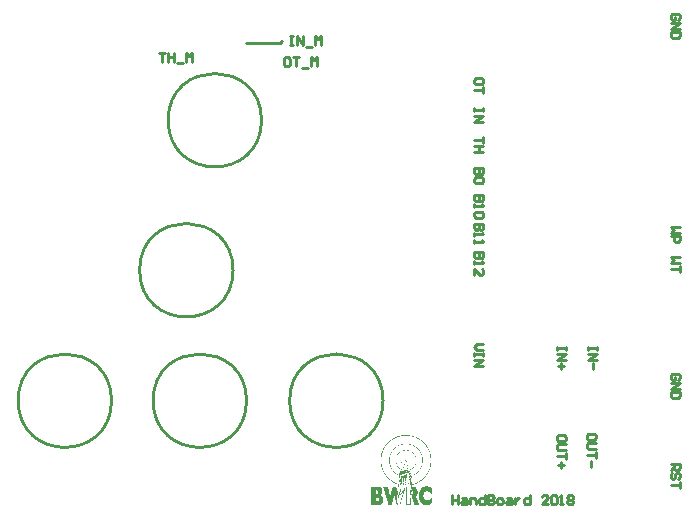
<source format=gto>
G04*
G04 #@! TF.GenerationSoftware,Altium Limited,Altium Designer,18.0.12 (696)*
G04*
G04 Layer_Color=65535*
%FSLAX24Y24*%
%MOIN*%
G70*
G01*
G75*
%ADD10C,0.0100*%
G36*
X39169Y27545D02*
X39162D01*
Y27537D01*
X39155D01*
Y27552D01*
X39169D01*
Y27545D01*
D02*
G37*
G36*
X39420Y28896D02*
X39472D01*
Y28888D01*
X39509D01*
Y28881D01*
X39531D01*
Y28874D01*
X39561D01*
Y28866D01*
X39583D01*
Y28859D01*
X39605D01*
Y28851D01*
X39627D01*
Y28844D01*
X39649D01*
Y28837D01*
X39664D01*
Y28829D01*
X39679D01*
Y28822D01*
X39694D01*
Y28814D01*
X39708D01*
Y28807D01*
X39723D01*
Y28800D01*
X39738D01*
Y28792D01*
X39753D01*
Y28785D01*
X39760D01*
Y28778D01*
X39775D01*
Y28770D01*
X39782D01*
Y28763D01*
X39797D01*
Y28755D01*
X39804D01*
Y28748D01*
X39819D01*
Y28741D01*
X39827D01*
Y28733D01*
X39841D01*
Y28726D01*
X39849D01*
Y28718D01*
X39856D01*
Y28711D01*
X39863D01*
Y28704D01*
X39878D01*
Y28696D01*
X39886D01*
Y28689D01*
X39893D01*
Y28682D01*
X39900D01*
Y28674D01*
X39908D01*
Y28667D01*
X39915D01*
Y28659D01*
X39922D01*
Y28652D01*
X39930D01*
Y28645D01*
X39937D01*
Y28637D01*
X39945D01*
Y28630D01*
X39952D01*
Y28622D01*
X39959D01*
Y28615D01*
X39967D01*
Y28608D01*
X39974D01*
Y28593D01*
X39982D01*
Y28586D01*
X39989D01*
Y28571D01*
X40004D01*
Y28556D01*
X40011D01*
Y28541D01*
X40018D01*
Y28534D01*
X40026D01*
Y28519D01*
X40033D01*
Y28512D01*
X40041D01*
Y28497D01*
X40048D01*
Y28490D01*
X40055D01*
Y28475D01*
X40063D01*
Y28467D01*
X40070D01*
Y28445D01*
X40078D01*
Y28431D01*
X40085D01*
Y28416D01*
X40092D01*
Y28401D01*
X40100D01*
Y28386D01*
X40107D01*
Y28364D01*
X40114D01*
Y28349D01*
X40122D01*
Y28320D01*
X40129D01*
Y28298D01*
X40137D01*
Y28268D01*
X40144D01*
Y28239D01*
X40151D01*
Y28216D01*
X40159D01*
Y28209D01*
X40151D01*
Y28202D01*
X40159D01*
Y28172D01*
X40166D01*
Y27943D01*
X40159D01*
Y27914D01*
X40151D01*
Y27906D01*
X40159D01*
Y27899D01*
X40151D01*
Y27877D01*
X40144D01*
Y27847D01*
X40137D01*
Y27818D01*
X40129D01*
Y27788D01*
X40122D01*
Y27766D01*
X40114D01*
Y27744D01*
X40107D01*
Y27729D01*
X40100D01*
Y27714D01*
X40092D01*
Y27700D01*
X40085D01*
Y27678D01*
X40078D01*
Y27670D01*
X40070D01*
Y27655D01*
X40063D01*
Y27633D01*
X40055D01*
Y27626D01*
X40048D01*
Y27611D01*
X40041D01*
Y27604D01*
X40033D01*
Y27589D01*
X40026D01*
Y27582D01*
X40018D01*
Y27567D01*
X40011D01*
Y27559D01*
X40004D01*
Y27552D01*
X39996D01*
Y27537D01*
X39989D01*
Y27530D01*
X39982D01*
Y27522D01*
X39974D01*
Y27508D01*
X39967D01*
Y27500D01*
X39959D01*
Y27493D01*
X39952D01*
Y27486D01*
X39945D01*
Y27478D01*
X39937D01*
Y27471D01*
X39930D01*
Y27463D01*
X39922D01*
Y27456D01*
X39915D01*
Y27449D01*
X39908D01*
Y27441D01*
X39900D01*
Y27434D01*
X39893D01*
Y27427D01*
X39886D01*
Y27419D01*
X39878D01*
Y27412D01*
X39871D01*
Y27404D01*
X39856D01*
Y27397D01*
X39849D01*
Y27390D01*
X39841D01*
Y27382D01*
X39827D01*
Y27375D01*
X39819D01*
Y27367D01*
X39812D01*
Y27360D01*
X39797D01*
Y27353D01*
X39790D01*
Y27345D01*
X39775D01*
Y27338D01*
X39767D01*
Y27331D01*
X39753D01*
Y27323D01*
X39738D01*
Y27316D01*
X39723D01*
Y27308D01*
X39708D01*
Y27301D01*
X39694D01*
Y27294D01*
X39679D01*
Y27286D01*
X39664D01*
Y27279D01*
X39649D01*
Y27271D01*
X39635D01*
Y27264D01*
X39612D01*
Y27257D01*
X39590D01*
Y27249D01*
X39568D01*
Y27242D01*
X39539D01*
Y27235D01*
X39509D01*
Y27183D01*
X39583D01*
Y27175D01*
X39612D01*
Y27168D01*
X39627D01*
Y27161D01*
X39642D01*
Y27153D01*
X39649D01*
Y27146D01*
X39657D01*
Y27139D01*
X39664D01*
Y27131D01*
X39671D01*
Y27116D01*
X39679D01*
Y27102D01*
X39686D01*
Y27094D01*
X39694D01*
Y27072D01*
X39701D01*
Y27043D01*
X39708D01*
Y26924D01*
X39701D01*
Y26902D01*
X39694D01*
Y26888D01*
X39686D01*
Y26873D01*
X39679D01*
Y26865D01*
X39671D01*
Y26858D01*
X39664D01*
Y26851D01*
X39657D01*
Y26828D01*
X39664D01*
Y26814D01*
X39671D01*
Y26806D01*
X39679D01*
Y26792D01*
X39686D01*
Y26777D01*
X39694D01*
Y26755D01*
X39701D01*
Y26740D01*
X39708D01*
Y26710D01*
X39716D01*
Y26688D01*
X39723D01*
Y26659D01*
X39731D01*
Y26637D01*
X39738D01*
Y26622D01*
X39745D01*
Y26600D01*
X39753D01*
Y26577D01*
X39760D01*
Y26570D01*
X39598D01*
Y26600D01*
X39590D01*
Y26607D01*
X39583D01*
Y26614D01*
X39590D01*
Y26622D01*
X39583D01*
Y26637D01*
X39576D01*
Y26659D01*
X39568D01*
Y26688D01*
X39561D01*
Y26710D01*
X39553D01*
Y26733D01*
X39546D01*
Y26747D01*
X39539D01*
Y26762D01*
X39531D01*
Y26769D01*
X39524D01*
Y26563D01*
X39516D01*
Y26747D01*
X39509D01*
Y26799D01*
X39480D01*
Y26570D01*
X39332D01*
Y27183D01*
X39480D01*
Y27190D01*
X39487D01*
Y27183D01*
X39494D01*
Y27190D01*
X39502D01*
Y27205D01*
X39487D01*
Y27220D01*
X39480D01*
Y27242D01*
X39472D01*
Y27367D01*
X39465D01*
Y27404D01*
X39450D01*
Y27301D01*
X39443D01*
Y27419D01*
X39435D01*
Y27434D01*
X39443D01*
Y27456D01*
X39428D01*
Y27441D01*
X39420D01*
Y27412D01*
X39413D01*
Y27545D01*
X39406D01*
Y27552D01*
X39420D01*
Y27559D01*
X39428D01*
Y27545D01*
X39435D01*
Y27537D01*
X39443D01*
Y27522D01*
X39450D01*
Y27508D01*
X39457D01*
Y27500D01*
X39465D01*
Y27493D01*
X39457D01*
Y27500D01*
X39443D01*
Y27486D01*
X39450D01*
Y27456D01*
X39480D01*
Y27367D01*
X39494D01*
Y27478D01*
X39487D01*
Y27493D01*
X39480D01*
Y27508D01*
X39472D01*
Y27522D01*
X39465D01*
Y27530D01*
X39457D01*
Y27545D01*
X39450D01*
Y27559D01*
X39443D01*
Y27574D01*
X39435D01*
Y27582D01*
X39428D01*
Y27604D01*
X39420D01*
Y27618D01*
X39413D01*
Y27626D01*
X39406D01*
Y27641D01*
X39398D01*
Y27655D01*
X39384D01*
Y27648D01*
X39347D01*
Y27641D01*
X39332D01*
Y27633D01*
X39324D01*
Y27626D01*
X39280D01*
Y27633D01*
X39288D01*
Y27648D01*
X39265D01*
Y27641D01*
X39251D01*
Y27626D01*
X39280D01*
Y27618D01*
X39265D01*
Y27611D01*
X39243D01*
Y27604D01*
X39221D01*
Y27596D01*
X39199D01*
Y27589D01*
X39192D01*
Y27596D01*
X39184D01*
Y27589D01*
X39177D01*
Y27582D01*
X39155D01*
Y27574D01*
X39133D01*
Y27567D01*
X39110D01*
Y27508D01*
X39103D01*
Y27493D01*
X39110D01*
Y27478D01*
X39118D01*
Y27471D01*
X39110D01*
Y27463D01*
X39103D01*
Y27441D01*
X39096D01*
Y27515D01*
X39103D01*
Y27545D01*
X39088D01*
Y27552D01*
X39073D01*
Y27559D01*
X39059D01*
Y27567D01*
X39044D01*
Y27574D01*
X39029D01*
Y27582D01*
X39022D01*
Y27589D01*
X39007D01*
Y27596D01*
X39000D01*
Y27604D01*
X38992D01*
Y27611D01*
X38978D01*
Y27618D01*
X38970D01*
Y27626D01*
X38963D01*
Y27633D01*
X38955D01*
Y27641D01*
X38948D01*
Y27648D01*
X38941D01*
Y27655D01*
X38933D01*
Y27663D01*
X38926D01*
Y27670D01*
X38918D01*
Y27678D01*
X38911D01*
Y27685D01*
X38904D01*
Y27692D01*
X38896D01*
Y27700D01*
X38889D01*
Y27707D01*
X38882D01*
Y27714D01*
X38874D01*
Y27729D01*
X38867D01*
Y27744D01*
X38859D01*
Y27751D01*
X38852D01*
Y27759D01*
X38845D01*
Y27766D01*
X38837D01*
Y27788D01*
X38830D01*
Y27796D01*
X38822D01*
Y27818D01*
X38815D01*
Y27833D01*
X38808D01*
Y27855D01*
X38800D01*
Y27862D01*
X38793D01*
Y27884D01*
X38786D01*
Y27914D01*
X38778D01*
Y27943D01*
X38771D01*
Y27995D01*
X38763D01*
Y28120D01*
X38771D01*
Y28165D01*
X38778D01*
Y28202D01*
X38786D01*
Y28224D01*
X38793D01*
Y28239D01*
X38800D01*
Y28246D01*
X38793D01*
Y28253D01*
X38800D01*
Y28268D01*
X38808D01*
Y28283D01*
X38815D01*
Y28298D01*
X38822D01*
Y28312D01*
X38830D01*
Y28335D01*
X38837D01*
Y28342D01*
X38845D01*
Y28357D01*
X38852D01*
Y28364D01*
X38859D01*
Y28379D01*
X38867D01*
Y28386D01*
X38874D01*
Y28394D01*
X38882D01*
Y28408D01*
X38889D01*
Y28416D01*
X38896D01*
Y28423D01*
X38904D01*
Y28438D01*
X38911D01*
Y28445D01*
X38918D01*
Y28453D01*
X38926D01*
Y28460D01*
X38933D01*
Y28467D01*
X38941D01*
Y28475D01*
X38948D01*
Y28482D01*
X38963D01*
Y28490D01*
X38970D01*
Y28497D01*
X38978D01*
Y28504D01*
X38992D01*
Y28512D01*
X39000D01*
Y28519D01*
X39014D01*
Y28527D01*
X39022D01*
Y28534D01*
X39037D01*
Y28541D01*
X39044D01*
Y28549D01*
X39059D01*
Y28556D01*
X39073D01*
Y28563D01*
X39088D01*
Y28571D01*
X39110D01*
Y28578D01*
X39125D01*
Y28586D01*
X39147D01*
Y28593D01*
X39169D01*
Y28600D01*
X39206D01*
Y28608D01*
X39236D01*
Y28615D01*
X39413D01*
Y28608D01*
X39443D01*
Y28600D01*
X39472D01*
Y28593D01*
X39494D01*
Y28586D01*
X39524D01*
Y28578D01*
X39539D01*
Y28571D01*
X39553D01*
Y28563D01*
X39568D01*
Y28556D01*
X39583D01*
Y28549D01*
X39598D01*
Y28541D01*
X39612D01*
Y28534D01*
X39627D01*
Y28527D01*
X39635D01*
Y28519D01*
X39649D01*
Y28512D01*
X39657D01*
Y28504D01*
X39664D01*
Y28497D01*
X39671D01*
Y28490D01*
X39686D01*
Y28482D01*
X39694D01*
Y28475D01*
X39701D01*
Y28467D01*
X39708D01*
Y28460D01*
X39716D01*
Y28453D01*
X39723D01*
Y28445D01*
X39731D01*
Y28438D01*
X39738D01*
Y28431D01*
X39745D01*
Y28423D01*
X39753D01*
Y28408D01*
X39760D01*
Y28401D01*
X39767D01*
Y28394D01*
X39775D01*
Y28386D01*
X39782D01*
Y28371D01*
X39790D01*
Y28357D01*
X39797D01*
Y28349D01*
X39804D01*
Y28335D01*
X39812D01*
Y28320D01*
X39819D01*
Y28312D01*
X39827D01*
Y28298D01*
X39834D01*
Y28276D01*
X39841D01*
Y28253D01*
X39849D01*
Y28231D01*
X39856D01*
Y28209D01*
X39863D01*
Y28172D01*
X39871D01*
Y28157D01*
X39878D01*
Y28150D01*
X39871D01*
Y28135D01*
X39878D01*
Y28098D01*
X39886D01*
Y28017D01*
X39878D01*
Y27980D01*
X39871D01*
Y27965D01*
X39878D01*
Y27958D01*
X39871D01*
Y27936D01*
X39863D01*
Y27906D01*
X39856D01*
Y27877D01*
X39849D01*
Y27855D01*
X39841D01*
Y27840D01*
X39834D01*
Y27825D01*
X39827D01*
Y27810D01*
X39819D01*
Y27796D01*
X39812D01*
Y27781D01*
X39804D01*
Y27766D01*
X39797D01*
Y27751D01*
X39790D01*
Y27737D01*
X39782D01*
Y27729D01*
X39775D01*
Y27722D01*
X39767D01*
Y27714D01*
X39760D01*
Y27700D01*
X39745D01*
Y27685D01*
X39738D01*
Y27678D01*
X39731D01*
Y27670D01*
X39723D01*
Y27663D01*
X39716D01*
Y27655D01*
X39708D01*
Y27648D01*
X39701D01*
Y27641D01*
X39694D01*
Y27633D01*
X39686D01*
Y27626D01*
X39679D01*
Y27618D01*
X39671D01*
Y27611D01*
X39657D01*
Y27604D01*
X39649D01*
Y27596D01*
X39635D01*
Y27589D01*
X39627D01*
Y27582D01*
X39612D01*
Y27574D01*
X39598D01*
Y27567D01*
X39583D01*
Y27559D01*
X39568D01*
Y27552D01*
X39553D01*
Y27545D01*
X39539D01*
Y27537D01*
X39524D01*
Y27530D01*
X39516D01*
Y27515D01*
X39524D01*
Y27493D01*
X39531D01*
Y27486D01*
X39516D01*
Y27478D01*
X39509D01*
Y27471D01*
X39502D01*
Y27323D01*
X39509D01*
Y27264D01*
X39502D01*
Y27257D01*
X39539D01*
Y27264D01*
X39561D01*
Y27271D01*
X39583D01*
Y27279D01*
X39605D01*
Y27286D01*
X39627D01*
Y27294D01*
X39642D01*
Y27301D01*
X39657D01*
Y27308D01*
X39671D01*
Y27316D01*
X39686D01*
Y27323D01*
X39701D01*
Y27331D01*
X39716D01*
Y27338D01*
X39731D01*
Y27345D01*
X39745D01*
Y27353D01*
X39753D01*
Y27360D01*
X39767D01*
Y27367D01*
X39782D01*
Y27375D01*
X39790D01*
Y27382D01*
X39804D01*
Y27390D01*
X39812D01*
Y27397D01*
X39819D01*
Y27404D01*
X39834D01*
Y27412D01*
X39841D01*
Y27419D01*
X39849D01*
Y27427D01*
X39856D01*
Y27434D01*
X39863D01*
Y27441D01*
X39871D01*
Y27449D01*
X39886D01*
Y27456D01*
X39893D01*
Y27463D01*
X39900D01*
Y27471D01*
X39908D01*
Y27478D01*
X39915D01*
Y27486D01*
X39922D01*
Y27493D01*
X39930D01*
Y27508D01*
X39937D01*
Y27515D01*
X39945D01*
Y27522D01*
X39952D01*
Y27530D01*
X39959D01*
Y27537D01*
X39967D01*
Y27545D01*
X39974D01*
Y27559D01*
X39982D01*
Y27567D01*
X39989D01*
Y27574D01*
X39996D01*
Y27589D01*
X40004D01*
Y27596D01*
X40011D01*
Y27611D01*
X40018D01*
Y27626D01*
X40026D01*
Y27633D01*
X40033D01*
Y27641D01*
X40041D01*
Y27663D01*
X40048D01*
Y27678D01*
X40055D01*
Y27692D01*
X40063D01*
Y27700D01*
X40070D01*
Y27714D01*
X40078D01*
Y27729D01*
X40085D01*
Y27759D01*
X40092D01*
Y27773D01*
X40100D01*
Y27788D01*
X40107D01*
Y27810D01*
X40114D01*
Y27840D01*
X40122D01*
Y27869D01*
X40129D01*
Y27914D01*
X40137D01*
Y27973D01*
X40144D01*
Y28143D01*
X40137D01*
Y28202D01*
X40129D01*
Y28239D01*
X40122D01*
Y28268D01*
X40114D01*
Y28305D01*
X40107D01*
Y28327D01*
X40100D01*
Y28342D01*
X40092D01*
Y28357D01*
X40085D01*
Y28379D01*
X40078D01*
Y28401D01*
X40070D01*
Y28416D01*
X40063D01*
Y28423D01*
X40055D01*
Y28438D01*
X40048D01*
Y28453D01*
X40041D01*
Y28467D01*
X40033D01*
Y28482D01*
X40026D01*
Y28497D01*
X40018D01*
Y28504D01*
X40011D01*
Y28519D01*
X40004D01*
Y28527D01*
X39996D01*
Y28534D01*
X39989D01*
Y28549D01*
X39982D01*
Y28563D01*
X39967D01*
Y28571D01*
X39959D01*
Y28586D01*
X39952D01*
Y28593D01*
X39945D01*
Y28600D01*
X39937D01*
Y28608D01*
X39930D01*
Y28615D01*
X39922D01*
Y28622D01*
X39915D01*
Y28630D01*
X39908D01*
Y28637D01*
X39900D01*
Y28645D01*
X39893D01*
Y28652D01*
X39886D01*
Y28659D01*
X39878D01*
Y28667D01*
X39871D01*
Y28674D01*
X39863D01*
Y28682D01*
X39856D01*
Y28689D01*
X39849D01*
Y28696D01*
X39841D01*
Y28704D01*
X39827D01*
Y28711D01*
X39819D01*
Y28718D01*
X39812D01*
Y28726D01*
X39797D01*
Y28733D01*
X39790D01*
Y28741D01*
X39782D01*
Y28748D01*
X39767D01*
Y28755D01*
X39760D01*
Y28763D01*
X39745D01*
Y28770D01*
X39731D01*
Y28778D01*
X39716D01*
Y28785D01*
X39701D01*
Y28792D01*
X39686D01*
Y28800D01*
X39671D01*
Y28807D01*
X39657D01*
Y28814D01*
X39642D01*
Y28822D01*
X39627D01*
Y28829D01*
X39605D01*
Y28837D01*
X39583D01*
Y28844D01*
X39553D01*
Y28851D01*
X39531D01*
Y28859D01*
X39494D01*
Y28866D01*
X39472D01*
Y28874D01*
X39420D01*
Y28881D01*
X39229D01*
Y28874D01*
X39177D01*
Y28866D01*
X39147D01*
Y28859D01*
X39110D01*
Y28851D01*
X39088D01*
Y28844D01*
X39066D01*
Y28837D01*
X39044D01*
Y28829D01*
X39022D01*
Y28822D01*
X39007D01*
Y28814D01*
X38992D01*
Y28807D01*
X38970D01*
Y28800D01*
X38955D01*
Y28792D01*
X38941D01*
Y28785D01*
X38926D01*
Y28778D01*
X38918D01*
Y28770D01*
X38904D01*
Y28763D01*
X38889D01*
Y28755D01*
X38882D01*
Y28748D01*
X38867D01*
Y28741D01*
X38859D01*
Y28733D01*
X38845D01*
Y28726D01*
X38837D01*
Y28718D01*
X38822D01*
Y28711D01*
X38815D01*
Y28704D01*
X38808D01*
Y28696D01*
X38800D01*
Y28689D01*
X38786D01*
Y28682D01*
X38778D01*
Y28674D01*
X38771D01*
Y28667D01*
X38763D01*
Y28659D01*
X38756D01*
Y28652D01*
X38749D01*
Y28645D01*
X38741D01*
Y28637D01*
X38734D01*
Y28630D01*
X38726D01*
Y28622D01*
X38719D01*
Y28615D01*
X38712D01*
Y28608D01*
X38704D01*
Y28600D01*
X38697D01*
Y28593D01*
X38690D01*
Y28578D01*
X38682D01*
Y28571D01*
X38675D01*
Y28556D01*
X38660D01*
Y28541D01*
X38653D01*
Y28534D01*
X38645D01*
Y28527D01*
X38638D01*
Y28512D01*
X38631D01*
Y28497D01*
X38623D01*
Y28482D01*
X38616D01*
Y28475D01*
X38608D01*
Y28460D01*
X38601D01*
Y28453D01*
X38594D01*
Y28438D01*
X38586D01*
Y28423D01*
X38579D01*
Y28401D01*
X38571D01*
Y28386D01*
X38564D01*
Y28379D01*
X38557D01*
Y28357D01*
X38549D01*
Y28335D01*
X38542D01*
Y28305D01*
X38535D01*
Y28283D01*
X38527D01*
Y28261D01*
X38520D01*
Y28231D01*
X38512D01*
Y28187D01*
X38505D01*
Y28113D01*
X38498D01*
Y28002D01*
X38505D01*
Y27929D01*
X38512D01*
Y27884D01*
X38520D01*
Y27847D01*
X38527D01*
Y27833D01*
X38535D01*
Y27803D01*
X38542D01*
Y27781D01*
X38549D01*
Y27759D01*
X38557D01*
Y27744D01*
X38564D01*
Y27729D01*
X38571D01*
Y27714D01*
X38579D01*
Y27700D01*
X38586D01*
Y27678D01*
X38594D01*
Y27663D01*
X38601D01*
Y27648D01*
X38608D01*
Y27641D01*
X38616D01*
Y27626D01*
X38623D01*
Y27618D01*
X38631D01*
Y27604D01*
X38638D01*
Y27596D01*
X38645D01*
Y27582D01*
X38653D01*
Y27574D01*
X38660D01*
Y27567D01*
X38667D01*
Y27552D01*
X38675D01*
Y27545D01*
X38682D01*
Y27530D01*
X38697D01*
Y27515D01*
X38704D01*
Y27508D01*
X38712D01*
Y27500D01*
X38719D01*
Y27493D01*
X38726D01*
Y27486D01*
X38734D01*
Y27478D01*
X38741D01*
Y27471D01*
X38749D01*
Y27463D01*
X38756D01*
Y27456D01*
X38763D01*
Y27449D01*
X38771D01*
Y27441D01*
X38778D01*
Y27434D01*
X38793D01*
Y27427D01*
X38800D01*
Y27419D01*
X38808D01*
Y27412D01*
X38815D01*
Y27404D01*
X38822D01*
Y27397D01*
X38837D01*
Y27390D01*
X38845D01*
Y27382D01*
X38859D01*
Y27375D01*
X38867D01*
Y27367D01*
X38874D01*
Y27360D01*
X38889D01*
Y27353D01*
X38896D01*
Y27345D01*
X38911D01*
Y27338D01*
X38926D01*
Y27331D01*
X38941D01*
Y27323D01*
X38955D01*
Y27316D01*
X38970D01*
Y27308D01*
X38985D01*
Y27301D01*
X39000D01*
Y27294D01*
X39022D01*
Y27286D01*
X39044D01*
Y27279D01*
X39059D01*
Y27271D01*
X39073D01*
Y27301D01*
X39081D01*
Y27375D01*
X39088D01*
Y27441D01*
X39096D01*
Y27390D01*
X39110D01*
Y27382D01*
X39103D01*
Y27367D01*
X39125D01*
Y27375D01*
X39133D01*
Y27434D01*
X39147D01*
Y27449D01*
X39140D01*
Y27478D01*
X39147D01*
Y27493D01*
X39155D01*
Y27500D01*
X39162D01*
Y27522D01*
X39169D01*
Y27530D01*
X39177D01*
Y27545D01*
X39199D01*
Y27530D01*
X39206D01*
Y27508D01*
X39221D01*
Y27530D01*
X39229D01*
Y27545D01*
X39236D01*
Y27552D01*
X39243D01*
Y27559D01*
X39251D01*
Y27567D01*
X39273D01*
Y27559D01*
X39280D01*
Y27552D01*
X39273D01*
Y27530D01*
X39288D01*
Y27545D01*
X39295D01*
Y27567D01*
X39302D01*
Y27574D01*
X39310D01*
Y27582D01*
X39332D01*
Y27589D01*
X39339D01*
Y27537D01*
X39354D01*
Y27530D01*
X39339D01*
Y27493D01*
X39347D01*
Y27486D01*
X39339D01*
Y27471D01*
X39332D01*
Y27441D01*
X39339D01*
Y27434D01*
X39332D01*
Y27367D01*
X39339D01*
Y27360D01*
X39332D01*
Y27367D01*
X39317D01*
Y27360D01*
X39302D01*
Y27353D01*
X39288D01*
Y27338D01*
X39302D01*
Y27345D01*
X39332D01*
Y27316D01*
X39339D01*
Y27308D01*
X39324D01*
Y27301D01*
X39295D01*
Y27294D01*
X39273D01*
Y27301D01*
X39280D01*
Y27367D01*
X39288D01*
Y27508D01*
X39273D01*
Y27471D01*
X39265D01*
Y27412D01*
X39273D01*
Y27404D01*
X39265D01*
Y27360D01*
X39258D01*
Y27338D01*
X39265D01*
Y27331D01*
X39258D01*
Y27338D01*
X39229D01*
Y27331D01*
X39214D01*
Y27338D01*
X39221D01*
Y27360D01*
X39214D01*
Y27367D01*
X39221D01*
Y27493D01*
X39206D01*
Y27471D01*
X39199D01*
Y27360D01*
X39192D01*
Y27331D01*
X39184D01*
Y27316D01*
X39169D01*
Y27308D01*
X39155D01*
Y27294D01*
X39177D01*
Y27301D01*
X39184D01*
Y27279D01*
X39206D01*
Y27286D01*
X39214D01*
Y27316D01*
X39243D01*
Y27323D01*
X39258D01*
Y27286D01*
X39236D01*
Y27279D01*
X39214D01*
Y27271D01*
X39199D01*
Y27264D01*
X39177D01*
Y27286D01*
X39162D01*
Y27257D01*
X39147D01*
Y27249D01*
X39140D01*
Y27242D01*
X39125D01*
Y27249D01*
X39118D01*
Y27257D01*
X39125D01*
Y27264D01*
X39133D01*
Y27308D01*
X39125D01*
Y27316D01*
X39133D01*
Y27308D01*
X39140D01*
Y27316D01*
X39147D01*
Y27353D01*
X39133D01*
Y27338D01*
X39125D01*
Y27331D01*
X39118D01*
Y27338D01*
X39110D01*
Y27331D01*
X39096D01*
Y27301D01*
X39088D01*
Y27294D01*
X39081D01*
Y27264D01*
X39073D01*
Y27183D01*
X39066D01*
Y27109D01*
X39059D01*
Y27050D01*
X39051D01*
Y26961D01*
X39059D01*
Y26932D01*
X39066D01*
Y26902D01*
X39081D01*
Y26910D01*
X39088D01*
Y26939D01*
X39096D01*
Y26976D01*
X39103D01*
Y26991D01*
X39096D01*
Y26998D01*
X39110D01*
Y27028D01*
X39118D01*
Y27057D01*
X39125D01*
Y27072D01*
X39133D01*
Y27102D01*
X39140D01*
Y27131D01*
X39147D01*
Y27161D01*
X39155D01*
Y27183D01*
X39162D01*
Y27190D01*
X39169D01*
Y27183D01*
X39310D01*
Y27175D01*
X39302D01*
Y27146D01*
X39295D01*
Y27116D01*
X39288D01*
Y27102D01*
X39280D01*
Y27094D01*
X39295D01*
Y27087D01*
X39280D01*
Y27065D01*
X39273D01*
Y27043D01*
X39265D01*
Y27028D01*
X39258D01*
Y27006D01*
X39251D01*
Y26976D01*
X39243D01*
Y26947D01*
X39236D01*
Y26924D01*
X39229D01*
Y26895D01*
X39221D01*
Y26880D01*
X39214D01*
Y26851D01*
X39206D01*
Y26828D01*
X39199D01*
Y26799D01*
X39192D01*
Y26777D01*
X39184D01*
Y26747D01*
X39177D01*
Y26733D01*
X39169D01*
Y26703D01*
X39162D01*
Y26681D01*
X39155D01*
Y26651D01*
X39147D01*
Y26622D01*
X39140D01*
Y26600D01*
X39133D01*
Y26585D01*
X39125D01*
Y26563D01*
X39029D01*
Y26585D01*
X39022D01*
Y26607D01*
X39007D01*
Y26592D01*
X39000D01*
Y26688D01*
X38992D01*
Y26718D01*
X38985D01*
Y26733D01*
X38978D01*
Y26755D01*
X38970D01*
Y26784D01*
X38963D01*
Y26806D01*
X38955D01*
Y26836D01*
X38948D01*
Y26858D01*
X38941D01*
Y26865D01*
X38926D01*
Y26843D01*
X38918D01*
Y26821D01*
X38911D01*
Y26792D01*
X38904D01*
Y26769D01*
X38896D01*
Y26755D01*
X38889D01*
Y26733D01*
X38882D01*
Y26703D01*
X38874D01*
Y26673D01*
X38867D01*
Y26651D01*
X38859D01*
Y26629D01*
X38852D01*
Y26614D01*
X38845D01*
Y26585D01*
X38837D01*
Y26563D01*
X38741D01*
Y26577D01*
X38734D01*
Y26607D01*
X38726D01*
Y26637D01*
X38719D01*
Y26666D01*
X38712D01*
Y26696D01*
X38704D01*
Y26703D01*
X38697D01*
Y26733D01*
X38690D01*
Y26762D01*
X38682D01*
Y26792D01*
X38675D01*
Y26814D01*
X38667D01*
Y26843D01*
X38660D01*
Y26858D01*
X38653D01*
Y26880D01*
X38645D01*
Y26910D01*
X38638D01*
Y26939D01*
X38631D01*
Y26969D01*
X38623D01*
Y26991D01*
X38616D01*
Y27006D01*
X38608D01*
Y27013D01*
X38616D01*
Y27020D01*
X38608D01*
Y27035D01*
X38601D01*
Y27057D01*
X38594D01*
Y27094D01*
X38586D01*
Y27116D01*
X38579D01*
Y27146D01*
X38571D01*
Y27168D01*
X38564D01*
Y27183D01*
X38719D01*
Y27161D01*
X38726D01*
Y27124D01*
X38734D01*
Y27094D01*
X38741D01*
Y27065D01*
X38749D01*
Y27035D01*
X38756D01*
Y27020D01*
X38763D01*
Y27013D01*
X38756D01*
Y27006D01*
X38763D01*
Y26991D01*
X38771D01*
Y26954D01*
X38778D01*
Y26932D01*
X38786D01*
Y26902D01*
X38800D01*
Y26917D01*
X38808D01*
Y26947D01*
X38815D01*
Y26969D01*
X38822D01*
Y26998D01*
X38830D01*
Y27028D01*
X38837D01*
Y27050D01*
X38845D01*
Y27065D01*
X38852D01*
Y27087D01*
X38859D01*
Y27116D01*
X38867D01*
Y27146D01*
X38874D01*
Y27168D01*
X38882D01*
Y27183D01*
X38992D01*
Y27161D01*
X39000D01*
Y27131D01*
X39007D01*
Y27109D01*
X39014D01*
Y27080D01*
X39022D01*
Y27057D01*
X39029D01*
Y27028D01*
X39044D01*
Y27057D01*
X39051D01*
Y27124D01*
X39059D01*
Y27198D01*
X39066D01*
Y27249D01*
X39051D01*
Y27257D01*
X39029D01*
Y27264D01*
X39014D01*
Y27271D01*
X38992D01*
Y27279D01*
X38978D01*
Y27286D01*
X38963D01*
Y27294D01*
X38948D01*
Y27301D01*
X38933D01*
Y27308D01*
X38918D01*
Y27316D01*
X38904D01*
Y27323D01*
X38889D01*
Y27331D01*
X38882D01*
Y27338D01*
X38867D01*
Y27345D01*
X38852D01*
Y27353D01*
X38845D01*
Y27360D01*
X38837D01*
Y27367D01*
X38822D01*
Y27375D01*
X38815D01*
Y27382D01*
X38808D01*
Y27390D01*
X38793D01*
Y27397D01*
X38786D01*
Y27404D01*
X38778D01*
Y27412D01*
X38771D01*
Y27419D01*
X38763D01*
Y27427D01*
X38756D01*
Y27434D01*
X38749D01*
Y27441D01*
X38734D01*
Y27449D01*
X38726D01*
Y27456D01*
X38719D01*
Y27463D01*
X38712D01*
Y27478D01*
X38704D01*
Y27486D01*
X38697D01*
Y27493D01*
X38690D01*
Y27500D01*
X38682D01*
Y27508D01*
X38675D01*
Y27515D01*
X38667D01*
Y27522D01*
X38660D01*
Y27537D01*
X38653D01*
Y27545D01*
X38645D01*
Y27559D01*
X38638D01*
Y27567D01*
X38631D01*
Y27574D01*
X38623D01*
Y27589D01*
X38616D01*
Y27596D01*
X38608D01*
Y27611D01*
X38601D01*
Y27618D01*
X38594D01*
Y27633D01*
X38586D01*
Y27648D01*
X38579D01*
Y27663D01*
X38571D01*
Y27678D01*
X38564D01*
Y27692D01*
X38557D01*
Y27707D01*
X38549D01*
Y27722D01*
X38542D01*
Y27744D01*
X38535D01*
Y27759D01*
X38527D01*
Y27788D01*
X38520D01*
Y27796D01*
X38512D01*
Y27825D01*
X38505D01*
Y27855D01*
X38498D01*
Y27884D01*
X38490D01*
Y27936D01*
X38483D01*
Y28010D01*
X38475D01*
Y28106D01*
X38483D01*
Y28180D01*
X38490D01*
Y28224D01*
X38498D01*
Y28261D01*
X38505D01*
Y28290D01*
X38512D01*
Y28320D01*
X38520D01*
Y28335D01*
X38527D01*
Y28349D01*
X38535D01*
Y28371D01*
X38542D01*
Y28394D01*
X38549D01*
Y28408D01*
X38557D01*
Y28431D01*
X38564D01*
Y28445D01*
X38571D01*
Y28460D01*
X38579D01*
Y28467D01*
X38586D01*
Y28482D01*
X38594D01*
Y28490D01*
X38601D01*
Y28512D01*
X38608D01*
Y28519D01*
X38616D01*
Y28527D01*
X38623D01*
Y28534D01*
X38631D01*
Y28549D01*
X38638D01*
Y28563D01*
X38645D01*
Y28571D01*
X38653D01*
Y28578D01*
X38660D01*
Y28593D01*
X38667D01*
Y28600D01*
X38675D01*
Y28608D01*
X38682D01*
Y28615D01*
X38690D01*
Y28622D01*
X38697D01*
Y28630D01*
X38704D01*
Y28637D01*
X38712D01*
Y28645D01*
X38719D01*
Y28652D01*
X38726D01*
Y28659D01*
X38734D01*
Y28667D01*
X38741D01*
Y28674D01*
X38749D01*
Y28682D01*
X38756D01*
Y28689D01*
X38763D01*
Y28696D01*
X38771D01*
Y28704D01*
X38778D01*
Y28711D01*
X38793D01*
Y28718D01*
X38800D01*
Y28726D01*
X38808D01*
Y28733D01*
X38815D01*
Y28741D01*
X38830D01*
Y28748D01*
X38837D01*
Y28755D01*
X38845D01*
Y28763D01*
X38859D01*
Y28770D01*
X38867D01*
Y28778D01*
X38882D01*
Y28785D01*
X38896D01*
Y28792D01*
X38911D01*
Y28800D01*
X38918D01*
Y28807D01*
X38933D01*
Y28814D01*
X38948D01*
Y28822D01*
X38963D01*
Y28829D01*
X38978D01*
Y28837D01*
X39000D01*
Y28844D01*
X39014D01*
Y28851D01*
X39037D01*
Y28859D01*
X39059D01*
Y28866D01*
X39081D01*
Y28874D01*
X39110D01*
Y28881D01*
X39133D01*
Y28888D01*
X39169D01*
Y28896D01*
X39229D01*
Y28903D01*
X39420D01*
Y28896D01*
D02*
G37*
G36*
X39398Y27294D02*
X39406D01*
Y27279D01*
X39413D01*
Y27271D01*
X39420D01*
Y27264D01*
X39413D01*
Y27257D01*
X39406D01*
Y27264D01*
X39391D01*
Y27249D01*
X39398D01*
Y27242D01*
X39391D01*
Y27249D01*
X39384D01*
Y27279D01*
X39376D01*
Y27301D01*
X39398D01*
Y27294D01*
D02*
G37*
G36*
X39302Y27271D02*
X39310D01*
Y27249D01*
X39295D01*
Y27257D01*
X39302D01*
Y27271D01*
X39295D01*
Y27279D01*
X39302D01*
Y27271D01*
D02*
G37*
G36*
X39243Y27249D02*
X39236D01*
Y27227D01*
X39214D01*
Y27249D01*
X39221D01*
Y27257D01*
X39243D01*
Y27249D01*
D02*
G37*
G36*
X39465Y27220D02*
X39457D01*
Y27242D01*
X39465D01*
Y27220D01*
D02*
G37*
G36*
X39162Y27212D02*
X39177D01*
Y27205D01*
X39155D01*
Y27227D01*
X39162D01*
Y27212D01*
D02*
G37*
G36*
X39317Y27028D02*
X39302D01*
Y27043D01*
X39310D01*
Y27050D01*
X39317D01*
Y27028D01*
D02*
G37*
G36*
X40041Y27183D02*
X40078D01*
Y27175D01*
X40100D01*
Y27168D01*
X40122D01*
Y27161D01*
X40144D01*
Y27153D01*
X40159D01*
Y27146D01*
X40166D01*
Y27139D01*
X40174D01*
Y26954D01*
X40166D01*
Y26961D01*
X40159D01*
Y26969D01*
X40144D01*
Y26976D01*
X40137D01*
Y26984D01*
X40129D01*
Y26991D01*
X40122D01*
Y26998D01*
X40107D01*
Y27006D01*
X40100D01*
Y27013D01*
X40085D01*
Y27020D01*
X40070D01*
Y27028D01*
X39996D01*
Y27020D01*
X39974D01*
Y27013D01*
X39959D01*
Y27006D01*
X39952D01*
Y26998D01*
X39945D01*
Y26991D01*
X39937D01*
Y26984D01*
X39930D01*
Y26969D01*
X39922D01*
Y26954D01*
X39915D01*
Y26939D01*
X39908D01*
Y26910D01*
X39900D01*
Y26843D01*
X39908D01*
Y26806D01*
X39915D01*
Y26799D01*
X39922D01*
Y26784D01*
X39930D01*
Y26769D01*
X39937D01*
Y26762D01*
X39945D01*
Y26755D01*
X39952D01*
Y26747D01*
X39959D01*
Y26740D01*
X39974D01*
Y26733D01*
X39982D01*
Y26725D01*
X40063D01*
Y26733D01*
X40078D01*
Y26740D01*
X40092D01*
Y26747D01*
X40107D01*
Y26755D01*
X40122D01*
Y26762D01*
X40129D01*
Y26769D01*
X40137D01*
Y26777D01*
X40144D01*
Y26784D01*
X40151D01*
Y26792D01*
X40166D01*
Y26799D01*
X40174D01*
Y26622D01*
X40166D01*
Y26614D01*
X40159D01*
Y26607D01*
X40144D01*
Y26600D01*
X40137D01*
Y26592D01*
X40122D01*
Y26585D01*
X40107D01*
Y26577D01*
X40085D01*
Y26570D01*
X40055D01*
Y26563D01*
X39952D01*
Y26570D01*
X39922D01*
Y26577D01*
X39900D01*
Y26585D01*
X39886D01*
Y26592D01*
X39878D01*
Y26600D01*
X39863D01*
Y26607D01*
X39849D01*
Y26622D01*
X39841D01*
Y26629D01*
X39834D01*
Y26637D01*
X39827D01*
Y26644D01*
X39819D01*
Y26651D01*
X39812D01*
Y26666D01*
X39804D01*
Y26673D01*
X39797D01*
Y26688D01*
X39790D01*
Y26710D01*
X39782D01*
Y26718D01*
X39775D01*
Y26740D01*
X39767D01*
Y26762D01*
X39760D01*
Y26806D01*
X39753D01*
Y26947D01*
X39760D01*
Y26991D01*
X39767D01*
Y27020D01*
X39775D01*
Y27035D01*
X39782D01*
Y27050D01*
X39790D01*
Y27065D01*
X39797D01*
Y27080D01*
X39804D01*
Y27087D01*
X39812D01*
Y27102D01*
X39819D01*
Y27109D01*
X39827D01*
Y27124D01*
X39834D01*
Y27131D01*
X39849D01*
Y27139D01*
X39856D01*
Y27146D01*
X39863D01*
Y27153D01*
X39871D01*
Y27161D01*
X39886D01*
Y27168D01*
X39900D01*
Y27175D01*
X39922D01*
Y27183D01*
X39959D01*
Y27190D01*
X40041D01*
Y27183D01*
D02*
G37*
G36*
X39258Y26910D02*
X39265D01*
Y26902D01*
X39258D01*
Y26910D01*
X39251D01*
Y26917D01*
X39258D01*
Y26910D01*
D02*
G37*
G36*
X38416Y27175D02*
X38446D01*
Y27168D01*
X38468D01*
Y27161D01*
X38475D01*
Y27153D01*
X38490D01*
Y27146D01*
X38498D01*
Y27139D01*
X38505D01*
Y27131D01*
X38512D01*
Y27116D01*
X38520D01*
Y27102D01*
X38527D01*
Y27080D01*
X38535D01*
Y26984D01*
X38527D01*
Y26969D01*
X38520D01*
Y26947D01*
X38512D01*
Y26932D01*
X38505D01*
Y26917D01*
X38498D01*
Y26910D01*
X38490D01*
Y26895D01*
X38505D01*
Y26888D01*
X38512D01*
Y26880D01*
X38520D01*
Y26873D01*
X38527D01*
Y26865D01*
X38535D01*
Y26851D01*
X38542D01*
Y26843D01*
X38549D01*
Y26821D01*
X38557D01*
Y26792D01*
X38564D01*
Y26703D01*
X38557D01*
Y26673D01*
X38549D01*
Y26651D01*
X38542D01*
Y26637D01*
X38535D01*
Y26622D01*
X38527D01*
Y26614D01*
X38520D01*
Y26607D01*
X38512D01*
Y26600D01*
X38505D01*
Y26592D01*
X38490D01*
Y26585D01*
X38475D01*
Y26577D01*
X38453D01*
Y26570D01*
X38165D01*
Y27183D01*
X38416D01*
Y27175D01*
D02*
G37*
G36*
X39000Y26563D02*
X38992D01*
Y26592D01*
X39000D01*
Y26563D01*
D02*
G37*
%LPC*%
G36*
X39413Y28600D02*
X39236D01*
Y28593D01*
X39206D01*
Y28586D01*
X39177D01*
Y28578D01*
X39155D01*
Y28571D01*
X39125D01*
Y28563D01*
X39110D01*
Y28556D01*
X39096D01*
Y28549D01*
X39081D01*
Y28541D01*
X39066D01*
Y28534D01*
X39051D01*
Y28527D01*
X39037D01*
Y28519D01*
X39029D01*
Y28512D01*
X39014D01*
Y28504D01*
X39007D01*
Y28497D01*
X38992D01*
Y28490D01*
X38985D01*
Y28482D01*
X38978D01*
Y28475D01*
X38970D01*
Y28467D01*
X38963D01*
Y28460D01*
X38955D01*
Y28453D01*
X38948D01*
Y28445D01*
X38941D01*
Y28438D01*
X38933D01*
Y28431D01*
X38926D01*
Y28423D01*
X38918D01*
Y28416D01*
X38911D01*
Y28408D01*
X38904D01*
Y28401D01*
X38896D01*
Y28394D01*
X38889D01*
Y28386D01*
Y28379D01*
X38874D01*
Y28371D01*
Y28364D01*
X38867D01*
Y28357D01*
Y28349D01*
X38859D01*
Y28342D01*
X38852D01*
Y28335D01*
Y28327D01*
X38845D01*
Y28320D01*
Y28312D01*
X38837D01*
Y28305D01*
Y28298D01*
X38830D01*
Y28290D01*
Y28283D01*
X38822D01*
Y28276D01*
Y28268D01*
X38815D01*
Y28261D01*
Y28253D01*
Y28246D01*
X38808D01*
Y28239D01*
Y28231D01*
X38800D01*
Y28224D01*
Y28216D01*
Y28209D01*
X38793D01*
Y28202D01*
Y28194D01*
Y28187D01*
Y28180D01*
Y28172D01*
X38786D01*
Y28165D01*
Y28157D01*
Y28150D01*
Y28143D01*
Y28135D01*
Y28128D01*
Y28120D01*
X38778D01*
Y28113D01*
Y28106D01*
Y28098D01*
Y28091D01*
Y28084D01*
Y28076D01*
Y28069D01*
Y28061D01*
Y28054D01*
Y28047D01*
Y28039D01*
Y28032D01*
Y28024D01*
Y28017D01*
Y28010D01*
Y28002D01*
Y27995D01*
Y27988D01*
X38786D01*
Y27980D01*
Y27973D01*
Y27965D01*
Y27958D01*
Y27951D01*
Y27943D01*
X38793D01*
Y27936D01*
Y27929D01*
Y27921D01*
Y27914D01*
Y27906D01*
X38800D01*
Y27899D01*
Y27892D01*
X38808D01*
Y27884D01*
Y27877D01*
Y27869D01*
X38815D01*
Y27862D01*
Y27855D01*
Y27847D01*
X38822D01*
Y27840D01*
Y27833D01*
Y27825D01*
X38830D01*
Y27818D01*
Y27810D01*
X38837D01*
Y27803D01*
X38845D01*
Y27796D01*
Y27788D01*
X38852D01*
Y27781D01*
Y27773D01*
X38859D01*
Y27766D01*
X38867D01*
Y27759D01*
Y27751D01*
X38874D01*
Y27744D01*
X38882D01*
Y27737D01*
Y27729D01*
X38889D01*
Y27722D01*
X38896D01*
Y27714D01*
X38904D01*
Y27707D01*
X38911D01*
Y27700D01*
Y27692D01*
X38918D01*
Y27685D01*
X38926D01*
Y27678D01*
X38933D01*
Y27670D01*
X38941D01*
Y27663D01*
X38948D01*
Y27655D01*
X38955D01*
Y27648D01*
X38970D01*
Y27641D01*
X38978D01*
Y27633D01*
X38985D01*
Y27626D01*
X38992D01*
Y27618D01*
X39007D01*
Y27611D01*
X39014D01*
Y27604D01*
X39022D01*
Y27596D01*
X39037D01*
Y27589D01*
X39051D01*
Y27582D01*
X39066D01*
Y27574D01*
X39081D01*
Y27567D01*
X39096D01*
Y27559D01*
X39103D01*
Y27567D01*
Y27574D01*
Y27582D01*
Y27589D01*
X39096D01*
Y27596D01*
Y27604D01*
X39088D01*
Y27611D01*
Y27618D01*
X39096D01*
Y27626D01*
X39103D01*
Y27633D01*
X39110D01*
Y27641D01*
X39118D01*
Y27648D01*
X39125D01*
Y27655D01*
X39133D01*
Y27663D01*
X39140D01*
Y27670D01*
X39155D01*
Y27663D01*
X39147D01*
Y27655D01*
X39140D01*
Y27648D01*
Y27641D01*
X39162D01*
Y27648D01*
Y27655D01*
Y27663D01*
Y27670D01*
Y27678D01*
Y27685D01*
X39140D01*
Y27678D01*
X39133D01*
Y27685D01*
X39125D01*
Y27692D01*
X39118D01*
Y27700D01*
X39133D01*
Y27707D01*
X39140D01*
Y27714D01*
X39155D01*
Y27722D01*
X39162D01*
Y27729D01*
X39184D01*
Y27737D01*
Y27744D01*
X39169D01*
Y27751D01*
X39155D01*
Y27759D01*
X39140D01*
Y27766D01*
X39133D01*
Y27773D01*
X39118D01*
Y27781D01*
X39110D01*
Y27788D01*
X39096D01*
Y27796D01*
X39088D01*
Y27803D01*
X39081D01*
Y27810D01*
X39073D01*
Y27818D01*
X39066D01*
Y27825D01*
X39059D01*
Y27833D01*
Y27840D01*
X39051D01*
Y27847D01*
X39044D01*
Y27855D01*
X39037D01*
Y27862D01*
Y27869D01*
X39029D01*
Y27877D01*
Y27884D01*
X39022D01*
Y27892D01*
X39014D01*
Y27899D01*
Y27906D01*
X39007D01*
Y27914D01*
Y27921D01*
Y27929D01*
X39000D01*
Y27936D01*
Y27943D01*
X38992D01*
Y27951D01*
Y27958D01*
Y27965D01*
Y27973D01*
X38985D01*
Y27980D01*
Y27988D01*
Y27995D01*
X38978D01*
Y28002D01*
X38985D01*
Y28010D01*
Y28017D01*
X38978D01*
Y28024D01*
Y28032D01*
Y28039D01*
Y28047D01*
Y28054D01*
Y28061D01*
Y28069D01*
Y28076D01*
Y28084D01*
Y28091D01*
Y28098D01*
X38985D01*
Y28091D01*
Y28084D01*
Y28076D01*
Y28069D01*
Y28061D01*
Y28054D01*
Y28047D01*
Y28039D01*
Y28032D01*
Y28024D01*
Y28017D01*
X38992D01*
Y28010D01*
Y28002D01*
Y27995D01*
Y27988D01*
X39000D01*
Y27980D01*
Y27973D01*
Y27965D01*
Y27958D01*
X39007D01*
Y27951D01*
Y27943D01*
Y27936D01*
X39014D01*
Y27929D01*
Y27921D01*
Y27914D01*
X39022D01*
Y27906D01*
Y27899D01*
X39029D01*
Y27892D01*
X39037D01*
Y27884D01*
Y27877D01*
X39044D01*
Y27869D01*
X39051D01*
Y27862D01*
Y27855D01*
X39059D01*
Y27847D01*
X39066D01*
Y27840D01*
X39073D01*
Y27833D01*
Y27825D01*
X39088D01*
Y27818D01*
X39096D01*
Y27810D01*
Y27803D01*
X39110D01*
Y27796D01*
X39118D01*
Y27788D01*
X39125D01*
Y27781D01*
X39140D01*
Y27773D01*
X39147D01*
Y27766D01*
X39162D01*
Y27759D01*
X39177D01*
Y27751D01*
X39192D01*
Y27744D01*
X39206D01*
Y27751D01*
X39221D01*
Y27744D01*
X39214D01*
Y27737D01*
X39199D01*
Y27729D01*
X39192D01*
Y27722D01*
X39169D01*
Y27714D01*
Y27707D01*
Y27700D01*
X39184D01*
Y27707D01*
X39206D01*
Y27714D01*
X39243D01*
Y27722D01*
X39265D01*
Y27729D01*
X39280D01*
Y27737D01*
Y27744D01*
X39324D01*
Y27751D01*
X39339D01*
Y27759D01*
X39354D01*
Y27766D01*
Y27773D01*
X39369D01*
Y27781D01*
Y27788D01*
Y27796D01*
X39361D01*
Y27803D01*
X39384D01*
Y27810D01*
Y27818D01*
Y27825D01*
Y27833D01*
Y27840D01*
Y27847D01*
X39376D01*
Y27855D01*
Y27862D01*
Y27869D01*
Y27877D01*
X39369D01*
Y27884D01*
Y27892D01*
Y27899D01*
Y27906D01*
X39361D01*
Y27914D01*
Y27921D01*
Y27929D01*
Y27936D01*
X39369D01*
Y27929D01*
Y27921D01*
Y27914D01*
Y27906D01*
X39376D01*
Y27899D01*
Y27892D01*
Y27884D01*
Y27877D01*
X39384D01*
Y27869D01*
Y27862D01*
Y27855D01*
Y27847D01*
X39391D01*
Y27840D01*
Y27833D01*
Y27825D01*
Y27818D01*
X39398D01*
Y27810D01*
Y27803D01*
Y27796D01*
Y27788D01*
X39406D01*
Y27781D01*
Y27773D01*
X39413D01*
Y27766D01*
X39406D01*
Y27759D01*
X39413D01*
Y27751D01*
Y27744D01*
X39406D01*
Y27751D01*
Y27759D01*
X39398D01*
Y27766D01*
X39376D01*
Y27759D01*
X39361D01*
Y27751D01*
X39354D01*
Y27744D01*
X39347D01*
Y27737D01*
Y27729D01*
X39354D01*
Y27722D01*
X39369D01*
Y27729D01*
X39376D01*
Y27737D01*
X39384D01*
Y27729D01*
Y27722D01*
Y27714D01*
Y27707D01*
X39406D01*
Y27700D01*
Y27692D01*
X39413D01*
Y27685D01*
Y27678D01*
X39420D01*
Y27670D01*
Y27663D01*
X39428D01*
Y27655D01*
Y27648D01*
X39435D01*
Y27641D01*
Y27633D01*
X39443D01*
Y27626D01*
X39450D01*
Y27618D01*
Y27611D01*
X39457D01*
Y27604D01*
Y27596D01*
X39465D01*
Y27589D01*
Y27582D01*
X39472D01*
Y27574D01*
Y27567D01*
X39480D01*
Y27559D01*
Y27552D01*
X39494D01*
Y27559D01*
Y27567D01*
X39487D01*
Y27574D01*
Y27582D01*
X39494D01*
Y27574D01*
Y27567D01*
X39502D01*
Y27559D01*
Y27552D01*
X39509D01*
Y27545D01*
X39524D01*
Y27552D01*
X39539D01*
Y27559D01*
X39553D01*
Y27567D01*
X39568D01*
Y27574D01*
X39583D01*
Y27582D01*
X39598D01*
Y27589D01*
X39605D01*
Y27596D01*
X39620D01*
Y27604D01*
X39627D01*
Y27611D01*
X39642D01*
Y27618D01*
X39649D01*
Y27626D01*
X39657D01*
Y27633D01*
X39671D01*
Y27641D01*
X39679D01*
Y27648D01*
X39686D01*
Y27655D01*
X39694D01*
Y27663D01*
X39701D01*
Y27670D01*
X39708D01*
Y27678D01*
X39716D01*
Y27685D01*
X39723D01*
Y27692D01*
X39731D01*
Y27700D01*
X39738D01*
Y27707D01*
X39745D01*
Y27714D01*
Y27722D01*
X39760D01*
Y27729D01*
Y27737D01*
X39767D01*
Y27744D01*
Y27751D01*
X39775D01*
Y27759D01*
X39782D01*
Y27766D01*
X39790D01*
Y27773D01*
Y27781D01*
X39797D01*
Y27788D01*
Y27796D01*
X39804D01*
Y27803D01*
Y27810D01*
X39812D01*
Y27818D01*
Y27825D01*
X39819D01*
Y27833D01*
Y27840D01*
Y27847D01*
X39827D01*
Y27855D01*
X39834D01*
Y27862D01*
Y27869D01*
Y27877D01*
X39841D01*
Y27884D01*
Y27892D01*
Y27899D01*
X39849D01*
Y27906D01*
Y27914D01*
Y27921D01*
Y27929D01*
Y27936D01*
X39856D01*
Y27943D01*
Y27951D01*
Y27958D01*
Y27965D01*
Y27973D01*
X39863D01*
Y27980D01*
Y27988D01*
Y27995D01*
Y28002D01*
Y28010D01*
X39871D01*
Y28017D01*
Y28024D01*
Y28032D01*
Y28039D01*
Y28047D01*
Y28054D01*
Y28061D01*
Y28069D01*
Y28076D01*
Y28084D01*
Y28091D01*
Y28098D01*
Y28106D01*
X39863D01*
Y28113D01*
Y28120D01*
Y28128D01*
Y28135D01*
Y28143D01*
X39856D01*
Y28150D01*
Y28157D01*
Y28165D01*
Y28172D01*
Y28180D01*
Y28187D01*
X39849D01*
Y28194D01*
Y28202D01*
Y28209D01*
Y28216D01*
X39841D01*
Y28224D01*
Y28231D01*
Y28239D01*
X39834D01*
Y28246D01*
Y28253D01*
X39827D01*
Y28261D01*
Y28268D01*
Y28276D01*
X39819D01*
Y28283D01*
Y28290D01*
X39812D01*
Y28298D01*
Y28305D01*
X39804D01*
Y28312D01*
Y28320D01*
X39797D01*
Y28327D01*
Y28335D01*
X39790D01*
Y28342D01*
Y28349D01*
X39782D01*
Y28357D01*
X39775D01*
Y28364D01*
Y28371D01*
X39760D01*
Y28379D01*
Y28386D01*
X39753D01*
Y28394D01*
Y28401D01*
X39745D01*
Y28408D01*
X39738D01*
Y28416D01*
X39731D01*
Y28423D01*
X39723D01*
Y28431D01*
X39716D01*
Y28438D01*
X39708D01*
Y28445D01*
X39701D01*
Y28453D01*
X39694D01*
Y28460D01*
X39686D01*
Y28467D01*
X39671D01*
Y28475D01*
Y28482D01*
X39664D01*
Y28490D01*
X39649D01*
Y28497D01*
X39642D01*
Y28504D01*
X39627D01*
Y28512D01*
X39620D01*
Y28519D01*
X39605D01*
Y28527D01*
X39590D01*
Y28534D01*
X39583D01*
Y28541D01*
X39568D01*
Y28549D01*
X39553D01*
Y28556D01*
X39531D01*
Y28563D01*
X39516D01*
Y28571D01*
X39494D01*
Y28578D01*
X39472D01*
Y28586D01*
X39435D01*
Y28593D01*
X39413D01*
Y28600D01*
D02*
G37*
G36*
X39347Y27700D02*
X39339D01*
Y27692D01*
X39317D01*
Y27685D01*
X39302D01*
Y27678D01*
Y27670D01*
X39324D01*
Y27678D01*
X39354D01*
Y27685D01*
Y27692D01*
X39347D01*
Y27700D01*
D02*
G37*
G36*
X39273Y27161D02*
X39169D01*
Y27153D01*
Y27146D01*
Y27139D01*
Y27131D01*
X39162D01*
Y27124D01*
Y27116D01*
Y27109D01*
Y27102D01*
X39155D01*
Y27094D01*
Y27087D01*
Y27080D01*
Y27072D01*
X39147D01*
Y27065D01*
Y27057D01*
Y27050D01*
Y27043D01*
X39140D01*
Y27035D01*
Y27028D01*
Y27020D01*
Y27013D01*
X39133D01*
Y27006D01*
Y26998D01*
Y26991D01*
Y26984D01*
Y26976D01*
X39125D01*
Y26969D01*
X39118D01*
Y26961D01*
Y26954D01*
Y26947D01*
Y26939D01*
X39110D01*
Y26932D01*
Y26924D01*
X39125D01*
Y26932D01*
X39140D01*
Y26939D01*
X39147D01*
Y26947D01*
X39155D01*
Y26954D01*
X39169D01*
Y26947D01*
Y26939D01*
X39162D01*
Y26932D01*
Y26924D01*
X39155D01*
Y26917D01*
X39140D01*
Y26910D01*
Y26902D01*
X39133D01*
Y26895D01*
X39125D01*
Y26902D01*
Y26910D01*
Y26917D01*
X39110D01*
Y26910D01*
X39103D01*
Y26902D01*
Y26895D01*
Y26888D01*
Y26880D01*
X39096D01*
Y26873D01*
Y26865D01*
Y26858D01*
Y26851D01*
Y26843D01*
Y26836D01*
X39088D01*
Y26828D01*
Y26821D01*
X39081D01*
Y26814D01*
Y26806D01*
X39073D01*
Y26814D01*
Y26821D01*
X39066D01*
Y26828D01*
Y26836D01*
Y26843D01*
Y26851D01*
X39059D01*
Y26858D01*
Y26865D01*
Y26873D01*
X39051D01*
Y26880D01*
Y26888D01*
Y26895D01*
Y26902D01*
X39037D01*
Y26895D01*
Y26888D01*
Y26880D01*
Y26873D01*
X39029D01*
Y26865D01*
Y26858D01*
Y26851D01*
Y26843D01*
Y26836D01*
Y26828D01*
Y26821D01*
Y26814D01*
Y26806D01*
Y26799D01*
X39022D01*
Y26792D01*
Y26784D01*
Y26777D01*
Y26769D01*
Y26762D01*
Y26755D01*
Y26747D01*
Y26740D01*
Y26733D01*
X39014D01*
Y26725D01*
Y26718D01*
Y26710D01*
Y26703D01*
Y26696D01*
X39022D01*
Y26688D01*
Y26681D01*
Y26673D01*
Y26666D01*
X39029D01*
Y26659D01*
Y26651D01*
Y26644D01*
X39037D01*
Y26637D01*
Y26629D01*
X39044D01*
Y26622D01*
Y26614D01*
Y26607D01*
Y26600D01*
X39051D01*
Y26592D01*
Y26585D01*
X39110D01*
Y26592D01*
Y26600D01*
Y26607D01*
Y26614D01*
X39118D01*
Y26622D01*
Y26629D01*
X39125D01*
Y26637D01*
X39118D01*
Y26644D01*
X39125D01*
Y26651D01*
Y26659D01*
X39133D01*
Y26666D01*
Y26673D01*
Y26681D01*
X39140D01*
Y26688D01*
Y26696D01*
Y26703D01*
Y26710D01*
X39147D01*
Y26718D01*
Y26725D01*
Y26733D01*
Y26740D01*
X39155D01*
Y26747D01*
Y26755D01*
Y26762D01*
X39162D01*
Y26769D01*
Y26777D01*
Y26784D01*
Y26792D01*
X39169D01*
Y26799D01*
Y26806D01*
X39177D01*
Y26814D01*
Y26821D01*
Y26828D01*
X39184D01*
Y26836D01*
Y26843D01*
Y26851D01*
Y26858D01*
X39192D01*
Y26865D01*
Y26873D01*
Y26880D01*
Y26888D01*
X39199D01*
Y26895D01*
Y26902D01*
Y26910D01*
X39206D01*
Y26917D01*
Y26924D01*
Y26932D01*
Y26939D01*
X39214D01*
Y26947D01*
Y26954D01*
Y26961D01*
Y26969D01*
Y26976D01*
Y26984D01*
X39199D01*
Y26976D01*
X39192D01*
Y26969D01*
X39184D01*
Y26961D01*
Y26954D01*
X39169D01*
Y26961D01*
Y26969D01*
X39177D01*
Y26976D01*
X39184D01*
Y26984D01*
X39192D01*
Y26991D01*
Y26998D01*
X39199D01*
Y27006D01*
Y27013D01*
Y27020D01*
Y27028D01*
X39206D01*
Y27035D01*
Y27043D01*
Y27050D01*
Y27057D01*
Y27065D01*
Y27072D01*
Y27080D01*
Y27087D01*
Y27094D01*
X39199D01*
Y27102D01*
Y27109D01*
X39214D01*
Y27102D01*
Y27094D01*
Y27087D01*
Y27080D01*
Y27072D01*
Y27065D01*
Y27057D01*
Y27050D01*
Y27043D01*
Y27035D01*
X39221D01*
Y27043D01*
X39229D01*
Y27050D01*
X39236D01*
Y27057D01*
X39243D01*
Y27065D01*
Y27072D01*
X39251D01*
Y27080D01*
Y27087D01*
X39258D01*
Y27094D01*
Y27102D01*
Y27109D01*
X39265D01*
Y27116D01*
Y27124D01*
X39273D01*
Y27131D01*
Y27139D01*
Y27146D01*
Y27153D01*
Y27161D01*
D02*
G37*
G36*
X39516Y27050D02*
X39480D01*
Y27043D01*
Y27035D01*
Y27028D01*
Y27020D01*
Y27013D01*
Y27006D01*
Y26998D01*
Y26991D01*
Y26984D01*
Y26976D01*
Y26969D01*
Y26961D01*
Y26954D01*
Y26947D01*
Y26939D01*
Y26932D01*
X39509D01*
Y26939D01*
Y26947D01*
Y26954D01*
Y26961D01*
Y26969D01*
Y26976D01*
Y26984D01*
Y26991D01*
X39502D01*
Y26998D01*
Y27006D01*
Y27013D01*
Y27020D01*
Y27028D01*
X39516D01*
Y27020D01*
Y27013D01*
Y27006D01*
Y26998D01*
Y26991D01*
Y26984D01*
Y26976D01*
Y26969D01*
Y26961D01*
Y26954D01*
Y26947D01*
Y26939D01*
Y26932D01*
X39546D01*
Y26939D01*
X39553D01*
Y26947D01*
X39561D01*
Y26954D01*
Y26961D01*
Y26969D01*
Y26976D01*
Y26984D01*
Y26991D01*
Y26998D01*
Y27006D01*
Y27013D01*
Y27020D01*
X39553D01*
Y27028D01*
X39546D01*
Y27035D01*
X39524D01*
Y27028D01*
X39516D01*
Y27035D01*
Y27043D01*
Y27050D01*
D02*
G37*
G36*
X39502Y27161D02*
X39354D01*
Y27153D01*
Y27146D01*
Y27139D01*
Y27131D01*
Y27124D01*
Y27116D01*
Y27109D01*
Y27102D01*
Y27094D01*
Y27087D01*
Y27080D01*
Y27072D01*
Y27065D01*
Y27057D01*
Y27050D01*
Y27043D01*
Y27035D01*
Y27028D01*
Y27020D01*
Y27013D01*
Y27006D01*
Y26998D01*
Y26991D01*
Y26984D01*
Y26976D01*
Y26969D01*
Y26961D01*
Y26954D01*
Y26947D01*
Y26939D01*
Y26932D01*
Y26924D01*
Y26917D01*
Y26910D01*
Y26902D01*
Y26895D01*
Y26888D01*
Y26880D01*
Y26873D01*
Y26865D01*
Y26858D01*
Y26851D01*
Y26843D01*
Y26836D01*
Y26828D01*
Y26821D01*
Y26814D01*
Y26806D01*
Y26799D01*
Y26792D01*
Y26784D01*
Y26777D01*
Y26769D01*
Y26762D01*
Y26755D01*
Y26747D01*
Y26740D01*
Y26733D01*
Y26725D01*
Y26718D01*
Y26710D01*
Y26703D01*
Y26696D01*
Y26688D01*
Y26681D01*
Y26673D01*
Y26666D01*
Y26659D01*
Y26651D01*
Y26644D01*
Y26637D01*
Y26629D01*
Y26622D01*
Y26614D01*
Y26607D01*
Y26600D01*
Y26592D01*
X39450D01*
Y26600D01*
X39457D01*
Y26607D01*
Y26614D01*
Y26622D01*
Y26629D01*
Y26637D01*
Y26644D01*
Y26651D01*
Y26659D01*
Y26666D01*
Y26673D01*
Y26681D01*
Y26688D01*
Y26696D01*
Y26703D01*
Y26710D01*
Y26718D01*
Y26725D01*
Y26733D01*
Y26740D01*
Y26747D01*
Y26755D01*
Y26762D01*
Y26769D01*
Y26777D01*
Y26784D01*
Y26792D01*
Y26799D01*
Y26806D01*
Y26814D01*
Y26821D01*
X39509D01*
Y26828D01*
Y26836D01*
Y26843D01*
Y26851D01*
Y26858D01*
Y26865D01*
Y26873D01*
Y26880D01*
Y26888D01*
Y26895D01*
Y26902D01*
X39450D01*
Y26910D01*
X39457D01*
Y26917D01*
Y26924D01*
Y26932D01*
Y26939D01*
Y26947D01*
Y26954D01*
Y26961D01*
Y26969D01*
Y26976D01*
Y26984D01*
Y26991D01*
Y26998D01*
Y27006D01*
Y27013D01*
Y27020D01*
Y27028D01*
Y27035D01*
Y27043D01*
Y27050D01*
Y27057D01*
Y27065D01*
X39450D01*
Y27072D01*
X39516D01*
Y27080D01*
Y27087D01*
X39509D01*
Y27094D01*
X39502D01*
Y27102D01*
X39494D01*
Y27109D01*
Y27116D01*
Y27124D01*
X39502D01*
Y27131D01*
Y27139D01*
Y27146D01*
Y27153D01*
Y27161D01*
D02*
G37*
%LPD*%
G36*
X39051Y28246D02*
X39044D01*
Y28231D01*
X39037D01*
Y28224D01*
X39029D01*
Y28216D01*
X39022D01*
Y28231D01*
X39029D01*
Y28246D01*
X39037D01*
Y28261D01*
X39051D01*
Y28246D01*
D02*
G37*
G36*
X39406Y28194D02*
X39413D01*
Y28187D01*
X39406D01*
Y28194D01*
X39398D01*
Y28202D01*
X39406D01*
Y28194D01*
D02*
G37*
G36*
X39022Y28202D02*
X39014D01*
Y28187D01*
X39007D01*
Y28209D01*
X39014D01*
Y28216D01*
X39022D01*
Y28202D01*
D02*
G37*
G36*
X39428Y28180D02*
X39435D01*
Y28172D01*
X39443D01*
Y28165D01*
X39450D01*
Y28157D01*
X39457D01*
Y28150D01*
X39450D01*
Y28157D01*
X39443D01*
Y28165D01*
X39435D01*
Y28172D01*
X39428D01*
Y28180D01*
X39420D01*
Y28187D01*
X39428D01*
Y28180D01*
D02*
G37*
G36*
X39177Y28106D02*
X39169D01*
Y28120D01*
X39177D01*
Y28106D01*
D02*
G37*
G36*
X39007Y28157D02*
X39000D01*
Y28128D01*
X38992D01*
Y28106D01*
X38985D01*
Y28113D01*
X38978D01*
Y28120D01*
X38985D01*
Y28135D01*
X38992D01*
Y28165D01*
X39000D01*
Y28187D01*
X39007D01*
Y28157D01*
D02*
G37*
G36*
X39169Y28091D02*
X39162D01*
Y28106D01*
X39169D01*
Y28091D01*
D02*
G37*
G36*
X39487Y28047D02*
X39480D01*
Y28069D01*
X39487D01*
Y28047D01*
D02*
G37*
G36*
X39302Y28017D02*
X39295D01*
Y28039D01*
X39302D01*
Y28017D01*
D02*
G37*
G36*
X39480Y28002D02*
X39472D01*
Y28017D01*
X39480D01*
Y28002D01*
D02*
G37*
G36*
X39295Y27988D02*
X39288D01*
Y28017D01*
X39295D01*
Y27988D01*
D02*
G37*
G36*
X39177D02*
X39184D01*
Y27980D01*
X39177D01*
Y27988D01*
X39169D01*
Y28010D01*
X39177D01*
Y27988D01*
D02*
G37*
G36*
X39288Y27965D02*
X39280D01*
Y27988D01*
X39288D01*
Y27965D01*
D02*
G37*
G36*
X39457Y27958D02*
X39450D01*
Y27973D01*
X39457D01*
Y27958D01*
D02*
G37*
G36*
X39324Y28076D02*
X39332D01*
Y28047D01*
X39339D01*
Y28017D01*
X39347D01*
Y27988D01*
X39354D01*
Y27958D01*
X39347D01*
Y27988D01*
X39339D01*
Y28017D01*
X39332D01*
Y28047D01*
X39324D01*
Y28061D01*
X39310D01*
Y28039D01*
X39302D01*
Y28069D01*
X39310D01*
Y28084D01*
X39317D01*
Y28113D01*
X39324D01*
Y28076D01*
D02*
G37*
G36*
X39192Y27965D02*
X39199D01*
Y27958D01*
X39192D01*
Y27965D01*
X39184D01*
Y27973D01*
X39192D01*
Y27965D01*
D02*
G37*
G36*
X39391Y28394D02*
X39420D01*
Y28386D01*
X39443D01*
Y28379D01*
X39457D01*
Y28371D01*
X39472D01*
Y28364D01*
X39487D01*
Y28357D01*
X39502D01*
Y28349D01*
X39516D01*
Y28342D01*
X39524D01*
Y28335D01*
X39531D01*
Y28327D01*
X39546D01*
Y28320D01*
X39553D01*
Y28312D01*
X39561D01*
Y28305D01*
X39568D01*
Y28298D01*
X39576D01*
Y28290D01*
X39583D01*
Y28283D01*
X39590D01*
Y28268D01*
X39598D01*
Y28261D01*
X39605D01*
Y28253D01*
X39612D01*
Y28239D01*
X39620D01*
Y28231D01*
X39627D01*
Y28216D01*
X39635D01*
Y28194D01*
X39642D01*
Y28180D01*
X39649D01*
Y28157D01*
X39657D01*
Y28128D01*
X39664D01*
Y28069D01*
X39671D01*
Y28039D01*
X39664D01*
Y27980D01*
X39657D01*
Y27951D01*
X39649D01*
Y27936D01*
X39642D01*
Y27958D01*
X39649D01*
Y28002D01*
X39657D01*
Y28113D01*
X39649D01*
Y28150D01*
X39642D01*
Y28172D01*
X39635D01*
Y28187D01*
X39627D01*
Y28202D01*
X39620D01*
Y28216D01*
X39612D01*
Y28231D01*
X39605D01*
Y28246D01*
X39598D01*
Y28253D01*
X39590D01*
Y28261D01*
X39583D01*
Y28268D01*
X39576D01*
Y28283D01*
X39568D01*
Y28290D01*
X39561D01*
Y28298D01*
X39553D01*
Y28305D01*
X39546D01*
Y28312D01*
X39531D01*
Y28320D01*
X39524D01*
Y28327D01*
X39516D01*
Y28335D01*
X39502D01*
Y28342D01*
X39494D01*
Y28349D01*
X39480D01*
Y28357D01*
X39465D01*
Y28364D01*
X39450D01*
Y28371D01*
X39428D01*
Y28379D01*
X39406D01*
Y28386D01*
X39361D01*
Y28394D01*
X39280D01*
Y28386D01*
X39243D01*
Y28379D01*
X39214D01*
Y28371D01*
X39199D01*
Y28364D01*
X39184D01*
Y28357D01*
X39169D01*
Y28349D01*
X39155D01*
Y28342D01*
X39140D01*
Y28335D01*
X39133D01*
Y28327D01*
X39118D01*
Y28320D01*
X39110D01*
Y28312D01*
X39103D01*
Y28305D01*
X39096D01*
Y28298D01*
X39088D01*
Y28290D01*
X39081D01*
Y28283D01*
X39073D01*
Y28276D01*
X39066D01*
Y28268D01*
X39059D01*
Y28261D01*
X39051D01*
Y28276D01*
X39059D01*
Y28283D01*
X39066D01*
Y28290D01*
X39073D01*
Y28305D01*
X39088D01*
Y28312D01*
X39096D01*
Y28320D01*
X39103D01*
Y28327D01*
X39110D01*
Y28335D01*
X39118D01*
Y28342D01*
X39133D01*
Y28349D01*
X39140D01*
Y28357D01*
X39155D01*
Y28364D01*
X39169D01*
Y28371D01*
X39184D01*
Y28379D01*
X39199D01*
Y28386D01*
X39221D01*
Y28394D01*
X39258D01*
Y28401D01*
X39391D01*
Y28394D01*
D02*
G37*
G36*
X39280Y27936D02*
X39273D01*
Y27958D01*
X39280D01*
Y27936D01*
D02*
G37*
G36*
X39273Y27906D02*
X39265D01*
Y27892D01*
X39258D01*
Y27906D01*
X39251D01*
Y27914D01*
X39236D01*
Y27921D01*
X39229D01*
Y27929D01*
X39221D01*
Y27936D01*
X39229D01*
Y27929D01*
X39236D01*
Y27921D01*
X39251D01*
Y27914D01*
X39265D01*
Y27936D01*
X39273D01*
Y27906D01*
D02*
G37*
G36*
X39642Y27914D02*
X39635D01*
Y27906D01*
X39627D01*
Y27929D01*
X39635D01*
Y27936D01*
X39642D01*
Y27914D01*
D02*
G37*
G36*
X39627Y27892D02*
X39620D01*
Y27906D01*
X39627D01*
Y27892D01*
D02*
G37*
G36*
X39258Y27869D02*
X39251D01*
Y27892D01*
X39258D01*
Y27869D01*
D02*
G37*
G36*
X39251Y27833D02*
X39243D01*
Y27810D01*
X39258D01*
Y27803D01*
X39236D01*
Y27788D01*
X39229D01*
Y27810D01*
X39236D01*
Y27840D01*
X39243D01*
Y27862D01*
X39251D01*
Y27833D01*
D02*
G37*
G36*
X39229Y27759D02*
X39221D01*
Y27781D01*
X39229D01*
Y27759D01*
D02*
G37*
G36*
X39620Y27877D02*
X39612D01*
Y27862D01*
X39605D01*
Y27855D01*
X39598D01*
Y27840D01*
X39590D01*
Y27833D01*
X39583D01*
Y27825D01*
X39576D01*
Y27818D01*
X39568D01*
Y27810D01*
X39561D01*
Y27803D01*
X39553D01*
Y27796D01*
X39546D01*
Y27788D01*
X39539D01*
Y27781D01*
X39524D01*
Y27773D01*
X39516D01*
Y27766D01*
X39502D01*
Y27759D01*
X39494D01*
Y27751D01*
X39480D01*
Y27744D01*
X39465D01*
Y27737D01*
X39443D01*
Y27729D01*
X39428D01*
Y27707D01*
X39435D01*
Y27692D01*
X39443D01*
Y27678D01*
X39450D01*
Y27670D01*
X39457D01*
Y27655D01*
X39465D01*
Y27641D01*
X39472D01*
Y27626D01*
X39480D01*
Y27611D01*
X39487D01*
Y27589D01*
X39480D01*
Y27611D01*
X39472D01*
Y27626D01*
X39465D01*
Y27641D01*
X39457D01*
Y27648D01*
X39450D01*
Y27663D01*
X39443D01*
Y27678D01*
X39435D01*
Y27685D01*
X39428D01*
Y27707D01*
X39420D01*
Y27722D01*
X39413D01*
Y27737D01*
X39428D01*
Y27744D01*
X39450D01*
Y27751D01*
X39465D01*
Y27759D01*
X39487D01*
Y27766D01*
X39494D01*
Y27773D01*
X39509D01*
Y27781D01*
X39516D01*
Y27788D01*
X39531D01*
Y27796D01*
X39539D01*
Y27803D01*
X39546D01*
Y27810D01*
X39553D01*
Y27818D01*
X39561D01*
Y27825D01*
X39568D01*
Y27833D01*
X39576D01*
Y27840D01*
X39583D01*
Y27855D01*
X39590D01*
Y27862D01*
X39598D01*
Y27869D01*
X39605D01*
Y27884D01*
X39612D01*
Y27892D01*
X39620D01*
Y27877D01*
D02*
G37*
G36*
X39236Y27131D02*
X39229D01*
Y27146D01*
X39236D01*
Y27131D01*
D02*
G37*
G36*
X39184Y27087D02*
X39177D01*
Y27094D01*
X39169D01*
Y27102D01*
X39177D01*
Y27109D01*
X39184D01*
Y27087D01*
D02*
G37*
G36*
X39162Y26888D02*
X39169D01*
Y26873D01*
X39155D01*
Y26895D01*
X39162D01*
Y26888D01*
D02*
G37*
G36*
X39391Y27028D02*
X39384D01*
Y27065D01*
X39391D01*
Y27028D01*
D02*
G37*
%LPC*%
G36*
X38335Y27065D02*
X38320D01*
Y27057D01*
X38313D01*
Y27050D01*
Y27043D01*
Y27035D01*
Y27028D01*
Y27020D01*
Y27013D01*
Y27006D01*
Y26998D01*
Y26991D01*
Y26984D01*
Y26976D01*
Y26969D01*
Y26961D01*
Y26954D01*
Y26947D01*
X38320D01*
Y26939D01*
X38343D01*
Y26947D01*
X38372D01*
Y26954D01*
X38387D01*
Y26961D01*
X38394D01*
Y26969D01*
Y26976D01*
Y26984D01*
Y26991D01*
Y26998D01*
Y27006D01*
Y27013D01*
Y27020D01*
Y27028D01*
Y27035D01*
Y27043D01*
X38380D01*
Y27050D01*
X38372D01*
Y27057D01*
X38335D01*
Y27065D01*
D02*
G37*
G36*
X38380Y26821D02*
X38313D01*
Y26814D01*
Y26806D01*
Y26799D01*
Y26792D01*
Y26784D01*
Y26777D01*
Y26769D01*
Y26762D01*
Y26755D01*
Y26747D01*
Y26740D01*
Y26733D01*
Y26725D01*
Y26718D01*
Y26710D01*
Y26703D01*
Y26696D01*
X38387D01*
Y26703D01*
X38394D01*
Y26710D01*
X38409D01*
Y26718D01*
Y26725D01*
X38416D01*
Y26733D01*
Y26740D01*
Y26747D01*
Y26755D01*
Y26762D01*
Y26769D01*
Y26777D01*
Y26784D01*
X38409D01*
Y26792D01*
Y26799D01*
X38402D01*
Y26806D01*
X38394D01*
Y26814D01*
X38380D01*
Y26821D01*
D02*
G37*
%LPD*%
D10*
X38557Y30050D02*
G03*
X38557Y30050I-1557J0D01*
G01*
X34007D02*
G03*
X34007Y30050I-1557J0D01*
G01*
X29507D02*
G03*
X29507Y30050I-1557J0D01*
G01*
X34507Y39400D02*
G03*
X34507Y39400I-1557J0D01*
G01*
X33557Y34400D02*
G03*
X33557Y34400I-1557J0D01*
G01*
X35125Y41975D02*
X35200Y42050D01*
X33975Y41975D02*
X35125D01*
X40850Y26900D02*
Y26600D01*
Y26750D01*
X41050D01*
Y26900D01*
Y26600D01*
X41200Y26800D02*
X41300D01*
X41350Y26750D01*
Y26600D01*
X41200D01*
X41150Y26650D01*
X41200Y26700D01*
X41350D01*
X41450Y26600D02*
Y26800D01*
X41600D01*
X41650Y26750D01*
Y26600D01*
X41950Y26900D02*
Y26600D01*
X41800D01*
X41750Y26650D01*
Y26750D01*
X41800Y26800D01*
X41950D01*
X42050Y26900D02*
Y26600D01*
X42200D01*
X42250Y26650D01*
Y26700D01*
X42200Y26750D01*
X42050D01*
X42200D01*
X42250Y26800D01*
Y26850D01*
X42200Y26900D01*
X42050D01*
X42400Y26600D02*
X42499D01*
X42549Y26650D01*
Y26750D01*
X42499Y26800D01*
X42400D01*
X42350Y26750D01*
Y26650D01*
X42400Y26600D01*
X42699Y26800D02*
X42799D01*
X42849Y26750D01*
Y26600D01*
X42699D01*
X42649Y26650D01*
X42699Y26700D01*
X42849D01*
X42949Y26800D02*
Y26600D01*
Y26700D01*
X42999Y26750D01*
X43049Y26800D01*
X43099D01*
X43449Y26900D02*
Y26600D01*
X43299D01*
X43249Y26650D01*
Y26750D01*
X43299Y26800D01*
X43449D01*
X44049Y26600D02*
X43849D01*
X44049Y26800D01*
Y26850D01*
X43999Y26900D01*
X43899D01*
X43849Y26850D01*
X44149D02*
X44199Y26900D01*
X44299D01*
X44349Y26850D01*
Y26650D01*
X44299Y26600D01*
X44199D01*
X44149Y26650D01*
Y26850D01*
X44449Y26600D02*
X44549D01*
X44499D01*
Y26900D01*
X44449Y26850D01*
X44699D02*
X44749Y26900D01*
X44849D01*
X44899Y26850D01*
Y26800D01*
X44849Y26750D01*
X44899Y26700D01*
Y26650D01*
X44849Y26600D01*
X44749D01*
X44699Y26650D01*
Y26700D01*
X44749Y26750D01*
X44699Y26800D01*
Y26850D01*
X44749Y26750D02*
X44849D01*
X44650Y28750D02*
Y28850D01*
X44600Y28900D01*
X44400D01*
X44350Y28850D01*
Y28750D01*
X44400Y28700D01*
X44600D01*
X44650Y28750D01*
Y28600D02*
X44400D01*
X44350Y28550D01*
Y28450D01*
X44400Y28400D01*
X44650D01*
Y28300D02*
Y28100D01*
Y28200D01*
X44350D01*
X44500Y28000D02*
Y27800D01*
X44600Y27900D02*
X44400D01*
X44650Y31850D02*
Y31750D01*
Y31800D01*
X44350D01*
Y31850D01*
Y31750D01*
Y31600D02*
X44650D01*
X44350Y31400D01*
X44650D01*
X44500Y31300D02*
Y31100D01*
X44600Y31200D02*
X44400D01*
X45650Y28800D02*
Y28900D01*
X45600Y28950D01*
X45400D01*
X45350Y28900D01*
Y28800D01*
X45400Y28750D01*
X45600D01*
X45650Y28800D01*
Y28650D02*
X45400D01*
X45350Y28600D01*
Y28500D01*
X45400Y28450D01*
X45650D01*
Y28350D02*
Y28150D01*
Y28250D01*
X45350D01*
X45500Y28050D02*
Y27850D01*
X45700Y31850D02*
Y31750D01*
Y31800D01*
X45400D01*
Y31850D01*
Y31750D01*
Y31600D02*
X45700D01*
X45400Y31400D01*
X45700D01*
X45550Y31300D02*
Y31100D01*
X31100Y41650D02*
X31300D01*
X31200D01*
Y41350D01*
X31400Y41650D02*
Y41350D01*
Y41500D01*
X31600D01*
Y41650D01*
Y41350D01*
X31700Y41300D02*
X31900D01*
X32000Y41350D02*
Y41650D01*
X32100Y41550D01*
X32200Y41650D01*
Y41350D01*
X35450Y42200D02*
X35550D01*
X35500D01*
Y41900D01*
X35450D01*
X35550D01*
X35700D02*
Y42200D01*
X35900Y41900D01*
Y42200D01*
X36000Y41850D02*
X36200D01*
X36300Y41900D02*
Y42200D01*
X36400Y42100D01*
X36500Y42200D01*
Y41900D01*
X35400Y41500D02*
X35300D01*
X35250Y41450D01*
Y41250D01*
X35300Y41200D01*
X35400D01*
X35450Y41250D01*
Y41450D01*
X35400Y41500D01*
X35550D02*
X35750D01*
X35650D01*
Y41200D01*
X35850Y41150D02*
X36050D01*
X36150Y41200D02*
Y41500D01*
X36250Y41400D01*
X36350Y41500D01*
Y41200D01*
X41900Y31950D02*
X41700D01*
X41600Y31850D01*
X41700Y31750D01*
X41900D01*
Y31650D02*
Y31550D01*
Y31600D01*
X41600D01*
Y31650D01*
Y31550D01*
Y31400D02*
X41900D01*
X41600Y31200D01*
X41900D01*
Y35000D02*
X41600D01*
Y34850D01*
X41650Y34800D01*
X41700D01*
X41750Y34850D01*
Y35000D01*
Y34850D01*
X41800Y34800D01*
X41850D01*
X41900Y34850D01*
Y35000D01*
X41600Y34700D02*
Y34600D01*
Y34650D01*
X41900D01*
X41850Y34700D01*
X41600Y34250D02*
Y34450D01*
X41800Y34250D01*
X41850D01*
X41900Y34300D01*
Y34400D01*
X41850Y34450D01*
X41900Y35950D02*
X41600D01*
Y35800D01*
X41650Y35750D01*
X41700D01*
X41750Y35800D01*
Y35950D01*
Y35800D01*
X41800Y35750D01*
X41850D01*
X41900Y35800D01*
Y35950D01*
X41600Y35650D02*
Y35550D01*
Y35600D01*
X41900D01*
X41850Y35650D01*
X41600Y35400D02*
Y35300D01*
Y35350D01*
X41900D01*
X41850Y35400D01*
X41900Y36900D02*
X41600D01*
Y36750D01*
X41650Y36700D01*
X41700D01*
X41750Y36750D01*
Y36900D01*
Y36750D01*
X41800Y36700D01*
X41850D01*
X41900Y36750D01*
Y36900D01*
X41600Y36600D02*
Y36500D01*
Y36550D01*
X41900D01*
X41850Y36600D01*
Y36350D02*
X41900Y36300D01*
Y36200D01*
X41850Y36150D01*
X41650D01*
X41600Y36200D01*
Y36300D01*
X41650Y36350D01*
X41850D01*
X41900Y37800D02*
X41600D01*
Y37650D01*
X41650Y37600D01*
X41700D01*
X41750Y37650D01*
Y37800D01*
Y37650D01*
X41800Y37600D01*
X41850D01*
X41900Y37650D01*
Y37800D01*
X41850Y37500D02*
X41900Y37450D01*
Y37350D01*
X41850Y37300D01*
X41650D01*
X41600Y37350D01*
Y37450D01*
X41650Y37500D01*
X41850D01*
X41900Y38850D02*
Y38650D01*
Y38750D01*
X41600D01*
X41900Y38550D02*
X41600D01*
X41750D01*
Y38350D01*
X41900D01*
X41600D01*
X41900Y39800D02*
Y39700D01*
Y39750D01*
X41600D01*
Y39800D01*
Y39700D01*
Y39550D02*
X41900D01*
X41600Y39350D01*
X41900D01*
Y40650D02*
Y40750D01*
X41850Y40800D01*
X41650D01*
X41600Y40750D01*
Y40650D01*
X41650Y40600D01*
X41850D01*
X41900Y40650D01*
Y40500D02*
Y40300D01*
Y40400D01*
X41600D01*
X48450Y35850D02*
X48150D01*
X48250Y35750D01*
X48150Y35650D01*
X48450D01*
X48150Y35550D02*
X48450D01*
Y35400D01*
X48400Y35350D01*
X48300D01*
X48250Y35400D01*
Y35550D01*
X48450Y34850D02*
X48150D01*
X48250Y34750D01*
X48150Y34650D01*
X48450D01*
Y34550D02*
Y34350D01*
Y34450D01*
X48150D01*
X48400Y30750D02*
X48450Y30800D01*
Y30900D01*
X48400Y30950D01*
X48200D01*
X48150Y30900D01*
Y30800D01*
X48200Y30750D01*
X48300D01*
Y30850D01*
X48150Y30650D02*
X48450D01*
X48150Y30450D01*
X48450D01*
Y30350D02*
X48150D01*
Y30200D01*
X48200Y30150D01*
X48400D01*
X48450Y30200D01*
Y30350D01*
X48400Y42750D02*
X48450Y42800D01*
Y42900D01*
X48400Y42950D01*
X48200D01*
X48150Y42900D01*
Y42800D01*
X48200Y42750D01*
X48300D01*
Y42850D01*
X48150Y42650D02*
X48450D01*
X48150Y42450D01*
X48450D01*
Y42350D02*
X48150D01*
Y42200D01*
X48200Y42150D01*
X48400D01*
X48450Y42200D01*
Y42350D01*
X48150Y27950D02*
X48450D01*
Y27800D01*
X48400Y27750D01*
X48300D01*
X48250Y27800D01*
Y27950D01*
Y27850D02*
X48150Y27750D01*
X48400Y27450D02*
X48450Y27500D01*
Y27600D01*
X48400Y27650D01*
X48350D01*
X48300Y27600D01*
Y27500D01*
X48250Y27450D01*
X48200D01*
X48150Y27500D01*
Y27600D01*
X48200Y27650D01*
X48450Y27350D02*
Y27150D01*
Y27250D01*
X48150D01*
M02*

</source>
